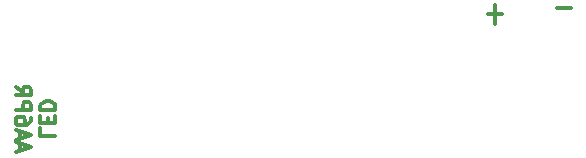
<source format=gbo>
G04 (created by PCBNEW-RS274X (2011-05-25)-stable) date Wed 26 Dec 2012 09:03:40 PM EST*
G01*
G70*
G90*
%MOIN*%
G04 Gerber Fmt 3.4, Leading zero omitted, Abs format*
%FSLAX34Y34*%
G04 APERTURE LIST*
%ADD10C,0.006000*%
%ADD11C,0.012000*%
G04 APERTURE END LIST*
G54D10*
G54D11*
X81122Y-26219D02*
X81579Y-26219D01*
X78822Y-26419D02*
X79279Y-26419D01*
X79050Y-26724D02*
X79050Y-26114D01*
X63898Y-30221D02*
X63898Y-30459D01*
X64398Y-30459D01*
X64160Y-30054D02*
X64160Y-29887D01*
X63898Y-29816D02*
X63898Y-30054D01*
X64398Y-30054D01*
X64398Y-29816D01*
X63898Y-29602D02*
X64398Y-29602D01*
X64398Y-29483D01*
X64374Y-29411D01*
X64326Y-29364D01*
X64279Y-29340D01*
X64183Y-29316D01*
X64112Y-29316D01*
X64017Y-29340D01*
X63969Y-29364D01*
X63921Y-29411D01*
X63898Y-29483D01*
X63898Y-29602D01*
X63220Y-30972D02*
X63220Y-30734D01*
X63078Y-31019D02*
X63578Y-30853D01*
X63078Y-30686D01*
X63220Y-30543D02*
X63220Y-30305D01*
X63078Y-30590D02*
X63578Y-30424D01*
X63078Y-30257D01*
X63578Y-29876D02*
X63578Y-29971D01*
X63554Y-30019D01*
X63530Y-30042D01*
X63459Y-30090D01*
X63363Y-30114D01*
X63173Y-30114D01*
X63125Y-30090D01*
X63101Y-30066D01*
X63078Y-30019D01*
X63078Y-29923D01*
X63101Y-29876D01*
X63125Y-29852D01*
X63173Y-29828D01*
X63292Y-29828D01*
X63340Y-29852D01*
X63363Y-29876D01*
X63387Y-29923D01*
X63387Y-30019D01*
X63363Y-30066D01*
X63340Y-30090D01*
X63292Y-30114D01*
X63078Y-29614D02*
X63578Y-29614D01*
X63578Y-29423D01*
X63554Y-29376D01*
X63530Y-29352D01*
X63482Y-29328D01*
X63411Y-29328D01*
X63363Y-29352D01*
X63340Y-29376D01*
X63316Y-29423D01*
X63316Y-29614D01*
X63078Y-28828D02*
X63316Y-28995D01*
X63078Y-29114D02*
X63578Y-29114D01*
X63578Y-28923D01*
X63554Y-28876D01*
X63530Y-28852D01*
X63482Y-28828D01*
X63411Y-28828D01*
X63363Y-28852D01*
X63340Y-28876D01*
X63316Y-28923D01*
X63316Y-29114D01*
M02*

</source>
